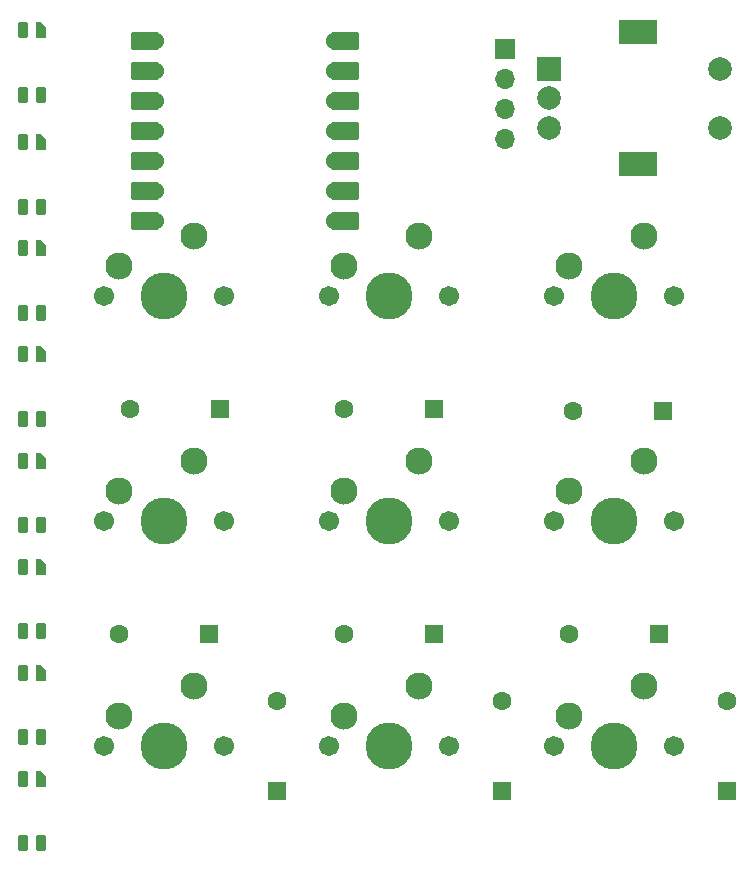
<source format=gbr>
%TF.GenerationSoftware,KiCad,Pcbnew,9.0.6*%
%TF.CreationDate,2025-12-02T21:56:05+08:00*%
%TF.ProjectId,Macropad,4d616372-6f70-4616-942e-6b696361645f,rev?*%
%TF.SameCoordinates,Original*%
%TF.FileFunction,Soldermask,Bot*%
%TF.FilePolarity,Negative*%
%FSLAX46Y46*%
G04 Gerber Fmt 4.6, Leading zero omitted, Abs format (unit mm)*
G04 Created by KiCad (PCBNEW 9.0.6) date 2025-12-02 21:56:05*
%MOMM*%
%LPD*%
G01*
G04 APERTURE LIST*
G04 Aperture macros list*
%AMRoundRect*
0 Rectangle with rounded corners*
0 $1 Rounding radius*
0 $2 $3 $4 $5 $6 $7 $8 $9 X,Y pos of 4 corners*
0 Add a 4 corners polygon primitive as box body*
4,1,4,$2,$3,$4,$5,$6,$7,$8,$9,$2,$3,0*
0 Add four circle primitives for the rounded corners*
1,1,$1+$1,$2,$3*
1,1,$1+$1,$4,$5*
1,1,$1+$1,$6,$7*
1,1,$1+$1,$8,$9*
0 Add four rect primitives between the rounded corners*
20,1,$1+$1,$2,$3,$4,$5,0*
20,1,$1+$1,$4,$5,$6,$7,0*
20,1,$1+$1,$6,$7,$8,$9,0*
20,1,$1+$1,$8,$9,$2,$3,0*%
%AMFreePoly0*
4,1,18,-0.410000,0.593000,-0.403758,0.624380,-0.385983,0.650983,-0.359380,0.668758,-0.328000,0.675000,0.328000,0.675000,0.359380,0.668758,0.385983,0.650983,0.403758,0.624380,0.410000,0.593000,0.410000,-0.593000,0.403758,-0.624380,0.385983,-0.650983,0.359380,-0.668758,0.328000,-0.675000,0.000000,-0.675000,-0.410000,-0.265000,-0.410000,0.593000,-0.410000,0.593000,$1*%
G04 Aperture macros list end*
%ADD10C,1.701800*%
%ADD11C,3.987800*%
%ADD12C,2.300000*%
%ADD13R,2.000000X2.000000*%
%ADD14C,2.000000*%
%ADD15R,3.200000X2.000000*%
%ADD16R,1.700000X1.700000*%
%ADD17O,1.700000X1.700000*%
%ADD18RoundRect,0.082000X0.328000X0.593000X-0.328000X0.593000X-0.328000X-0.593000X0.328000X-0.593000X0*%
%ADD19FreePoly0,180.000000*%
%ADD20RoundRect,0.250000X0.550000X0.550000X-0.550000X0.550000X-0.550000X-0.550000X0.550000X-0.550000X0*%
%ADD21C,1.600000*%
%ADD22RoundRect,0.250000X0.550000X-0.550000X0.550000X0.550000X-0.550000X0.550000X-0.550000X-0.550000X0*%
%ADD23RoundRect,0.152400X-1.063600X-0.609600X1.063600X-0.609600X1.063600X0.609600X-1.063600X0.609600X0*%
%ADD24C,1.524000*%
%ADD25RoundRect,0.152400X1.063600X0.609600X-1.063600X0.609600X-1.063600X-0.609600X1.063600X-0.609600X0*%
G04 APERTURE END LIST*
D10*
%TO.C,SW7*%
X90170000Y-104775000D03*
D11*
X95250000Y-104775000D03*
D10*
X100330000Y-104775000D03*
D12*
X91440000Y-102235000D03*
X97790000Y-99695000D03*
%TD*%
D10*
%TO.C,SW4*%
X71120000Y-104775000D03*
D11*
X76200000Y-104775000D03*
D10*
X81280000Y-104775000D03*
D12*
X72390000Y-102235000D03*
X78740000Y-99695000D03*
%TD*%
D10*
%TO.C,SW3*%
X52070000Y-142875000D03*
D11*
X57150000Y-142875000D03*
D10*
X62230000Y-142875000D03*
D12*
X53340000Y-140335000D03*
X59690000Y-137795000D03*
%TD*%
D10*
%TO.C,SW2*%
X52070000Y-123825000D03*
D11*
X57150000Y-123825000D03*
D10*
X62230000Y-123825000D03*
D12*
X53340000Y-121285000D03*
X59690000Y-118745000D03*
%TD*%
D10*
%TO.C,SW6*%
X71120000Y-142875000D03*
D11*
X76200000Y-142875000D03*
D10*
X81280000Y-142875000D03*
D12*
X72390000Y-140335000D03*
X78740000Y-137795000D03*
%TD*%
D10*
%TO.C,SW9*%
X90170000Y-142875000D03*
D11*
X95250000Y-142875000D03*
D10*
X100330000Y-142875000D03*
D12*
X91440000Y-140335000D03*
X97790000Y-137795000D03*
%TD*%
D10*
%TO.C,SW1*%
X52070000Y-104775000D03*
D11*
X57150000Y-104775000D03*
D10*
X62230000Y-104775000D03*
D12*
X53340000Y-102235000D03*
X59690000Y-99695000D03*
%TD*%
D10*
%TO.C,SW5*%
X71120000Y-123825000D03*
D11*
X76200000Y-123825000D03*
D10*
X81280000Y-123825000D03*
D12*
X72390000Y-121285000D03*
X78740000Y-118745000D03*
%TD*%
D10*
%TO.C,SW8*%
X90170000Y-123825000D03*
D11*
X95250000Y-123825000D03*
D10*
X100330000Y-123825000D03*
D12*
X91440000Y-121285000D03*
X97790000Y-118745000D03*
%TD*%
D13*
%TO.C,SW11*%
X89750000Y-85500000D03*
D14*
X89750000Y-90500000D03*
X89750000Y-88000000D03*
D15*
X97250000Y-82400000D03*
X97250000Y-93600000D03*
D14*
X104250000Y-90500000D03*
X104250000Y-85500000D03*
%TD*%
D16*
%TO.C,J1*%
X86000000Y-83880000D03*
D17*
X86000000Y-86420000D03*
X86000000Y-88960000D03*
X86000000Y-91500000D03*
%TD*%
D18*
%TO.C,LED2*%
X45250000Y-87725000D03*
X46750000Y-87725000D03*
X45250000Y-82275000D03*
D19*
X46750000Y-82275000D03*
%TD*%
D18*
%TO.C,LED3*%
X45250000Y-97181335D03*
X46750000Y-97181335D03*
X45250000Y-91731335D03*
D19*
X46750000Y-91731335D03*
%TD*%
D20*
%TO.C,D4*%
X60960000Y-133350000D03*
D21*
X53340000Y-133350000D03*
%TD*%
D18*
%TO.C,LED7*%
X45193750Y-133118778D03*
X46693750Y-133118778D03*
X45193750Y-127668778D03*
D19*
X46693750Y-127668778D03*
%TD*%
D18*
%TO.C,LED4*%
X45193750Y-106165696D03*
X46693750Y-106165696D03*
X45193750Y-100715696D03*
D19*
X46693750Y-100715696D03*
%TD*%
D18*
%TO.C,LED5*%
X45193750Y-115150056D03*
X46693750Y-115150056D03*
X45193750Y-109700056D03*
D19*
X46693750Y-109700056D03*
%TD*%
D18*
%TO.C,LED8*%
X45193750Y-151087500D03*
X46693750Y-151087500D03*
X45193750Y-145637500D03*
D19*
X46693750Y-145637500D03*
%TD*%
D20*
%TO.C,D7*%
X80010000Y-114300000D03*
D21*
X72390000Y-114300000D03*
%TD*%
D20*
%TO.C,D8*%
X80010000Y-133350000D03*
D21*
X72390000Y-133350000D03*
%TD*%
D22*
%TO.C,D12*%
X104775000Y-146685000D03*
D21*
X104775000Y-139065000D03*
%TD*%
D23*
%TO.C,U1*%
X72455000Y-83200000D03*
D24*
X71620000Y-83200000D03*
D23*
X72455000Y-85740000D03*
D24*
X71620000Y-85740000D03*
D23*
X72455000Y-88280000D03*
D24*
X71620000Y-88280000D03*
D23*
X72455000Y-90820000D03*
D24*
X71620000Y-90820000D03*
D23*
X72455000Y-93360000D03*
D24*
X71620000Y-93360000D03*
D23*
X72455000Y-95900000D03*
D24*
X71620000Y-95900000D03*
D23*
X72455000Y-98440000D03*
D24*
X71620000Y-98440000D03*
X56380000Y-98440000D03*
D25*
X55545000Y-98440000D03*
D24*
X56380000Y-95900000D03*
D25*
X55545000Y-95900000D03*
D24*
X56380000Y-93360000D03*
D25*
X55545000Y-93360000D03*
D24*
X56380000Y-90820000D03*
D25*
X55545000Y-90820000D03*
D24*
X56380000Y-88280000D03*
D25*
X55545000Y-88280000D03*
D24*
X56380000Y-85740000D03*
D25*
X55545000Y-85740000D03*
D24*
X56380000Y-83200000D03*
D25*
X55545000Y-83200000D03*
%TD*%
D22*
%TO.C,D9*%
X85725000Y-146685000D03*
D21*
X85725000Y-139065000D03*
%TD*%
D20*
%TO.C,D3*%
X61912500Y-114300000D03*
D21*
X54292500Y-114300000D03*
%TD*%
D18*
%TO.C,LED1*%
X45193750Y-142103139D03*
X46693750Y-142103139D03*
X45193750Y-136653139D03*
D19*
X46693750Y-136653139D03*
%TD*%
D20*
%TO.C,D11*%
X99060000Y-133350000D03*
D21*
X91440000Y-133350000D03*
%TD*%
D20*
%TO.C,D10*%
X99410000Y-114500000D03*
D21*
X91790000Y-114500000D03*
%TD*%
D18*
%TO.C,LED6*%
X45193750Y-124134417D03*
X46693750Y-124134417D03*
X45193750Y-118684417D03*
D19*
X46693750Y-118684417D03*
%TD*%
D22*
%TO.C,D5*%
X66675000Y-146685000D03*
D21*
X66675000Y-139065000D03*
%TD*%
M02*

</source>
